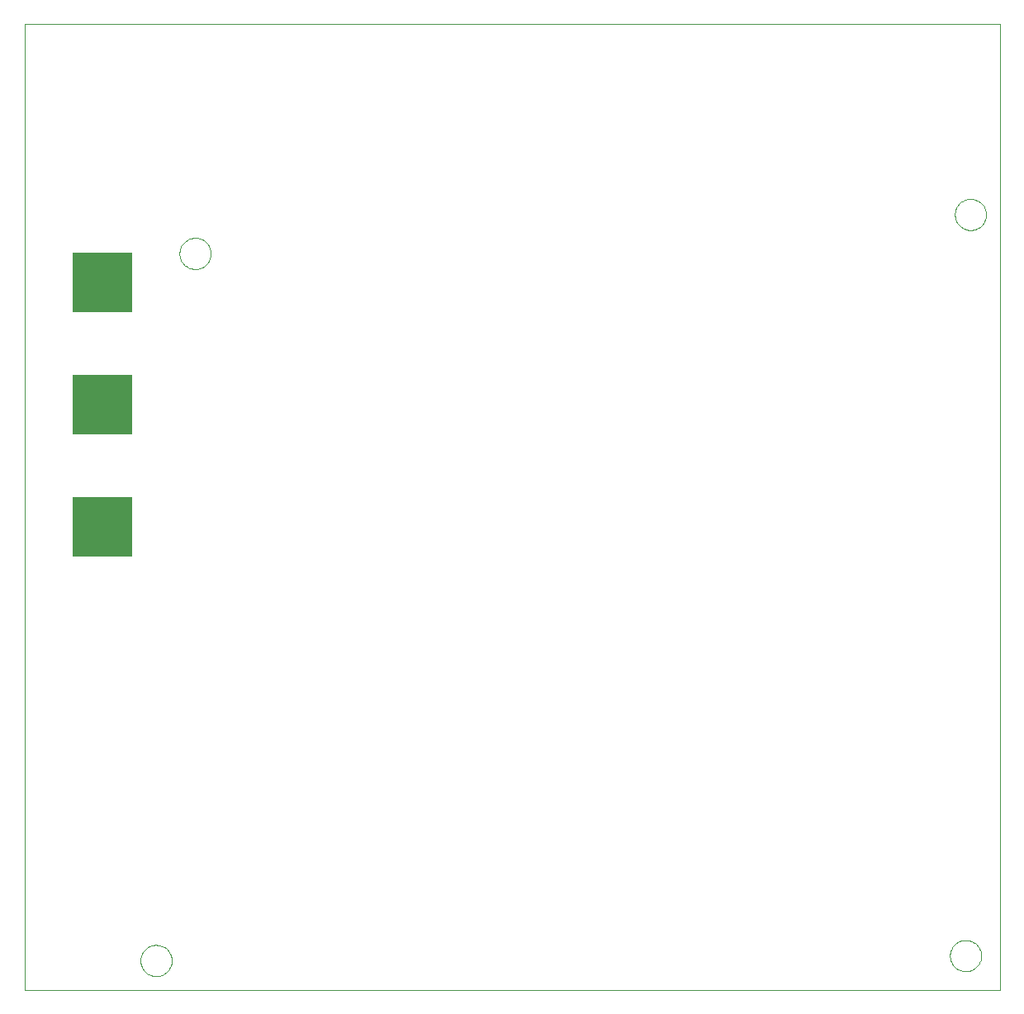
<source format=gbp>
G75*
%MOIN*%
%OFA0B0*%
%FSLAX24Y24*%
%IPPOS*%
%LPD*%
%AMOC8*
5,1,8,0,0,1.08239X$1,22.5*
%
%ADD10C,0.0000*%
%ADD11R,0.2390X0.2390*%
D10*
X000927Y000574D02*
X000927Y039550D01*
X040297Y039550D01*
X040297Y000574D01*
X000927Y000574D01*
X005612Y001755D02*
X005614Y001805D01*
X005620Y001855D01*
X005630Y001904D01*
X005644Y001952D01*
X005661Y001999D01*
X005682Y002044D01*
X005707Y002088D01*
X005735Y002129D01*
X005767Y002168D01*
X005801Y002205D01*
X005838Y002239D01*
X005878Y002269D01*
X005920Y002296D01*
X005964Y002320D01*
X006010Y002341D01*
X006057Y002357D01*
X006105Y002370D01*
X006155Y002379D01*
X006204Y002384D01*
X006255Y002385D01*
X006305Y002382D01*
X006354Y002375D01*
X006403Y002364D01*
X006451Y002349D01*
X006497Y002331D01*
X006542Y002309D01*
X006585Y002283D01*
X006626Y002254D01*
X006665Y002222D01*
X006701Y002187D01*
X006733Y002149D01*
X006763Y002109D01*
X006790Y002066D01*
X006813Y002022D01*
X006832Y001976D01*
X006848Y001928D01*
X006860Y001879D01*
X006868Y001830D01*
X006872Y001780D01*
X006872Y001730D01*
X006868Y001680D01*
X006860Y001631D01*
X006848Y001582D01*
X006832Y001534D01*
X006813Y001488D01*
X006790Y001444D01*
X006763Y001401D01*
X006733Y001361D01*
X006701Y001323D01*
X006665Y001288D01*
X006626Y001256D01*
X006585Y001227D01*
X006542Y001201D01*
X006497Y001179D01*
X006451Y001161D01*
X006403Y001146D01*
X006354Y001135D01*
X006305Y001128D01*
X006255Y001125D01*
X006204Y001126D01*
X006155Y001131D01*
X006105Y001140D01*
X006057Y001153D01*
X006010Y001169D01*
X005964Y001190D01*
X005920Y001214D01*
X005878Y001241D01*
X005838Y001271D01*
X005801Y001305D01*
X005767Y001342D01*
X005735Y001381D01*
X005707Y001422D01*
X005682Y001466D01*
X005661Y001511D01*
X005644Y001558D01*
X005630Y001606D01*
X005620Y001655D01*
X005614Y001705D01*
X005612Y001755D01*
X007187Y030298D02*
X007189Y030348D01*
X007195Y030398D01*
X007205Y030447D01*
X007219Y030495D01*
X007236Y030542D01*
X007257Y030587D01*
X007282Y030631D01*
X007310Y030672D01*
X007342Y030711D01*
X007376Y030748D01*
X007413Y030782D01*
X007453Y030812D01*
X007495Y030839D01*
X007539Y030863D01*
X007585Y030884D01*
X007632Y030900D01*
X007680Y030913D01*
X007730Y030922D01*
X007779Y030927D01*
X007830Y030928D01*
X007880Y030925D01*
X007929Y030918D01*
X007978Y030907D01*
X008026Y030892D01*
X008072Y030874D01*
X008117Y030852D01*
X008160Y030826D01*
X008201Y030797D01*
X008240Y030765D01*
X008276Y030730D01*
X008308Y030692D01*
X008338Y030652D01*
X008365Y030609D01*
X008388Y030565D01*
X008407Y030519D01*
X008423Y030471D01*
X008435Y030422D01*
X008443Y030373D01*
X008447Y030323D01*
X008447Y030273D01*
X008443Y030223D01*
X008435Y030174D01*
X008423Y030125D01*
X008407Y030077D01*
X008388Y030031D01*
X008365Y029987D01*
X008338Y029944D01*
X008308Y029904D01*
X008276Y029866D01*
X008240Y029831D01*
X008201Y029799D01*
X008160Y029770D01*
X008117Y029744D01*
X008072Y029722D01*
X008026Y029704D01*
X007978Y029689D01*
X007929Y029678D01*
X007880Y029671D01*
X007830Y029668D01*
X007779Y029669D01*
X007730Y029674D01*
X007680Y029683D01*
X007632Y029696D01*
X007585Y029712D01*
X007539Y029733D01*
X007495Y029757D01*
X007453Y029784D01*
X007413Y029814D01*
X007376Y029848D01*
X007342Y029885D01*
X007310Y029924D01*
X007282Y029965D01*
X007257Y030009D01*
X007236Y030054D01*
X007219Y030101D01*
X007205Y030149D01*
X007195Y030198D01*
X007189Y030248D01*
X007187Y030298D01*
X038486Y031873D02*
X038488Y031923D01*
X038494Y031973D01*
X038504Y032022D01*
X038518Y032070D01*
X038535Y032117D01*
X038556Y032162D01*
X038581Y032206D01*
X038609Y032247D01*
X038641Y032286D01*
X038675Y032323D01*
X038712Y032357D01*
X038752Y032387D01*
X038794Y032414D01*
X038838Y032438D01*
X038884Y032459D01*
X038931Y032475D01*
X038979Y032488D01*
X039029Y032497D01*
X039078Y032502D01*
X039129Y032503D01*
X039179Y032500D01*
X039228Y032493D01*
X039277Y032482D01*
X039325Y032467D01*
X039371Y032449D01*
X039416Y032427D01*
X039459Y032401D01*
X039500Y032372D01*
X039539Y032340D01*
X039575Y032305D01*
X039607Y032267D01*
X039637Y032227D01*
X039664Y032184D01*
X039687Y032140D01*
X039706Y032094D01*
X039722Y032046D01*
X039734Y031997D01*
X039742Y031948D01*
X039746Y031898D01*
X039746Y031848D01*
X039742Y031798D01*
X039734Y031749D01*
X039722Y031700D01*
X039706Y031652D01*
X039687Y031606D01*
X039664Y031562D01*
X039637Y031519D01*
X039607Y031479D01*
X039575Y031441D01*
X039539Y031406D01*
X039500Y031374D01*
X039459Y031345D01*
X039416Y031319D01*
X039371Y031297D01*
X039325Y031279D01*
X039277Y031264D01*
X039228Y031253D01*
X039179Y031246D01*
X039129Y031243D01*
X039078Y031244D01*
X039029Y031249D01*
X038979Y031258D01*
X038931Y031271D01*
X038884Y031287D01*
X038838Y031308D01*
X038794Y031332D01*
X038752Y031359D01*
X038712Y031389D01*
X038675Y031423D01*
X038641Y031460D01*
X038609Y031499D01*
X038581Y031540D01*
X038556Y031584D01*
X038535Y031629D01*
X038518Y031676D01*
X038504Y031724D01*
X038494Y031773D01*
X038488Y031823D01*
X038486Y031873D01*
X038290Y001952D02*
X038292Y002002D01*
X038298Y002052D01*
X038308Y002101D01*
X038322Y002149D01*
X038339Y002196D01*
X038360Y002241D01*
X038385Y002285D01*
X038413Y002326D01*
X038445Y002365D01*
X038479Y002402D01*
X038516Y002436D01*
X038556Y002466D01*
X038598Y002493D01*
X038642Y002517D01*
X038688Y002538D01*
X038735Y002554D01*
X038783Y002567D01*
X038833Y002576D01*
X038882Y002581D01*
X038933Y002582D01*
X038983Y002579D01*
X039032Y002572D01*
X039081Y002561D01*
X039129Y002546D01*
X039175Y002528D01*
X039220Y002506D01*
X039263Y002480D01*
X039304Y002451D01*
X039343Y002419D01*
X039379Y002384D01*
X039411Y002346D01*
X039441Y002306D01*
X039468Y002263D01*
X039491Y002219D01*
X039510Y002173D01*
X039526Y002125D01*
X039538Y002076D01*
X039546Y002027D01*
X039550Y001977D01*
X039550Y001927D01*
X039546Y001877D01*
X039538Y001828D01*
X039526Y001779D01*
X039510Y001731D01*
X039491Y001685D01*
X039468Y001641D01*
X039441Y001598D01*
X039411Y001558D01*
X039379Y001520D01*
X039343Y001485D01*
X039304Y001453D01*
X039263Y001424D01*
X039220Y001398D01*
X039175Y001376D01*
X039129Y001358D01*
X039081Y001343D01*
X039032Y001332D01*
X038983Y001325D01*
X038933Y001322D01*
X038882Y001323D01*
X038833Y001328D01*
X038783Y001337D01*
X038735Y001350D01*
X038688Y001366D01*
X038642Y001387D01*
X038598Y001411D01*
X038556Y001438D01*
X038516Y001468D01*
X038479Y001502D01*
X038445Y001539D01*
X038413Y001578D01*
X038385Y001619D01*
X038360Y001663D01*
X038339Y001708D01*
X038322Y001755D01*
X038308Y001803D01*
X038298Y001852D01*
X038292Y001902D01*
X038290Y001952D01*
D11*
X004077Y019274D03*
X004077Y024196D03*
X004077Y029117D03*
M02*

</source>
